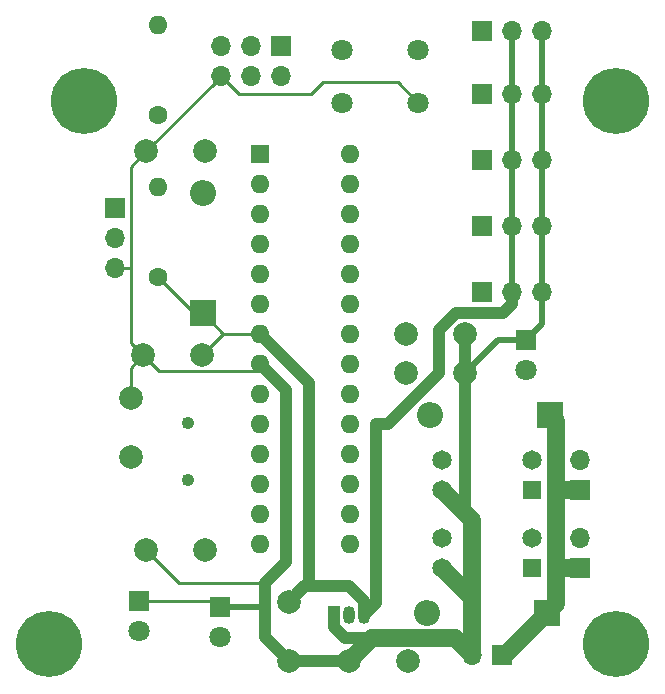
<source format=gbr>
%TF.GenerationSoftware,KiCad,Pcbnew,7.0.7*%
%TF.CreationDate,2023-09-24T14:06:49+13:00*%
%TF.ProjectId,MAIN BOARD,4d41494e-2042-44f4-9152-442e6b696361,rev?*%
%TF.SameCoordinates,Original*%
%TF.FileFunction,Copper,L2,Bot*%
%TF.FilePolarity,Positive*%
%FSLAX46Y46*%
G04 Gerber Fmt 4.6, Leading zero omitted, Abs format (unit mm)*
G04 Created by KiCad (PCBNEW 7.0.7) date 2023-09-24 14:06:49*
%MOMM*%
%LPD*%
G01*
G04 APERTURE LIST*
%TA.AperFunction,ComponentPad*%
%ADD10C,2.000000*%
%TD*%
%TA.AperFunction,ComponentPad*%
%ADD11R,1.700000X1.700000*%
%TD*%
%TA.AperFunction,ComponentPad*%
%ADD12O,1.700000X1.700000*%
%TD*%
%TA.AperFunction,ComponentPad*%
%ADD13R,1.800000X1.800000*%
%TD*%
%TA.AperFunction,ComponentPad*%
%ADD14C,1.800000*%
%TD*%
%TA.AperFunction,ComponentPad*%
%ADD15R,2.200000X2.200000*%
%TD*%
%TA.AperFunction,ComponentPad*%
%ADD16O,2.200000X2.200000*%
%TD*%
%TA.AperFunction,ComponentPad*%
%ADD17C,5.600000*%
%TD*%
%TA.AperFunction,ComponentPad*%
%ADD18R,1.600000X1.600000*%
%TD*%
%TA.AperFunction,ComponentPad*%
%ADD19O,1.600000X1.600000*%
%TD*%
%TA.AperFunction,ComponentPad*%
%ADD20R,1.650000X1.650000*%
%TD*%
%TA.AperFunction,ComponentPad*%
%ADD21C,1.650000*%
%TD*%
%TA.AperFunction,ComponentPad*%
%ADD22C,1.600000*%
%TD*%
%TA.AperFunction,ComponentPad*%
%ADD23C,1.080000*%
%TD*%
%TA.AperFunction,ComponentPad*%
%ADD24R,1.050000X1.500000*%
%TD*%
%TA.AperFunction,ComponentPad*%
%ADD25O,1.050000X1.500000*%
%TD*%
%TA.AperFunction,ViaPad*%
%ADD26C,1.000000*%
%TD*%
%TA.AperFunction,Conductor*%
%ADD27C,1.000000*%
%TD*%
%TA.AperFunction,Conductor*%
%ADD28C,0.500000*%
%TD*%
%TA.AperFunction,Conductor*%
%ADD29C,0.250000*%
%TD*%
%TA.AperFunction,Conductor*%
%ADD30C,1.500000*%
%TD*%
%TA.AperFunction,Conductor*%
%ADD31C,1.400000*%
%TD*%
G04 APERTURE END LIST*
D10*
%TO.P,C7,1*%
%TO.N,V+*%
X157440000Y-122428000D03*
%TO.P,C7,2*%
%TO.N,GND*%
X152440000Y-122428000D03*
%TD*%
D11*
%TO.P,J6,1,Pin_1*%
%TO.N,V+*%
X165359000Y-121920000D03*
D12*
%TO.P,J6,2,Pin_2*%
%TO.N,GND*%
X162819000Y-121920000D03*
%TD*%
D10*
%TO.P,C6,1*%
%TO.N,GND*%
X162266000Y-94742000D03*
%TO.P,C6,2*%
%TO.N,Net-(U1-AREF)*%
X157266000Y-94742000D03*
%TD*%
D13*
%TO.P,D3,1,K*%
%TO.N,GND*%
X134620000Y-117343000D03*
D14*
%TO.P,D3,2,A*%
%TO.N,Net-(D3-A)*%
X134620000Y-119883000D03*
%TD*%
D11*
%TO.P,J9,1,Pin_1*%
%TO.N,/RX*%
X132588000Y-84089000D03*
D12*
%TO.P,J9,2,Pin_2*%
%TO.N,/TX*%
X132588000Y-86629000D03*
%TO.P,J9,3,Pin_3*%
%TO.N,GND*%
X132588000Y-89169000D03*
%TD*%
D10*
%TO.P,C2,1*%
%TO.N,/X1*%
X133948000Y-105124000D03*
%TO.P,C2,2*%
%TO.N,GND*%
X133948000Y-100124000D03*
%TD*%
D11*
%TO.P,J8,1,Pin_1*%
%TO.N,V+*%
X171958000Y-114559000D03*
D12*
%TO.P,J8,2,Pin_2*%
%TO.N,Net-(D1-A)*%
X171958000Y-112019000D03*
%TD*%
D15*
%TO.P,D1,1,K*%
%TO.N,V+*%
X169164000Y-118364000D03*
D16*
%TO.P,D1,2,A*%
%TO.N,Net-(D1-A)*%
X159004000Y-118364000D03*
%TD*%
D17*
%TO.P,REF\u002A\u002A,1*%
%TO.N,N/C*%
X130000000Y-75000000D03*
%TD*%
%TO.P,REF\u002A\u002A,1*%
%TO.N,N/C*%
X127000000Y-121000000D03*
%TD*%
D11*
%TO.P,J1,1,Pin_1*%
%TO.N,/ADC1*%
X163666000Y-91194000D03*
D12*
%TO.P,J1,2,Pin_2*%
%TO.N,Vdd*%
X166206000Y-91194000D03*
%TO.P,J1,3,Pin_3*%
%TO.N,GND*%
X168746000Y-91194000D03*
%TD*%
D15*
%TO.P,D5,1,K*%
%TO.N,V+*%
X169418000Y-101600000D03*
D16*
%TO.P,D5,2,A*%
%TO.N,Net-(D5-A)*%
X159258000Y-101600000D03*
%TD*%
D13*
%TO.P,D6,1,K*%
%TO.N,GND*%
X167386000Y-95250000D03*
D14*
%TO.P,D6,2,A*%
%TO.N,Net-(D6-A)*%
X167386000Y-97790000D03*
%TD*%
D10*
%TO.P,C1,1*%
%TO.N,/AVCC*%
X157266000Y-98044000D03*
%TO.P,C1,2*%
%TO.N,GND*%
X162266000Y-98044000D03*
%TD*%
D17*
%TO.P,REF\u002A\u002A,1*%
%TO.N,N/C*%
X175000000Y-121000000D03*
%TD*%
D18*
%TO.P,U1,1,~{RESET}/PC6*%
%TO.N,/RESET*%
X144880000Y-79520000D03*
D19*
%TO.P,U1,2,PD0*%
%TO.N,/RX*%
X144880000Y-82060000D03*
%TO.P,U1,3,PD1*%
%TO.N,/TX*%
X144880000Y-84600000D03*
%TO.P,U1,4,PD2*%
%TO.N,unconnected-(U1-PD2-Pad4)*%
X144880000Y-87140000D03*
%TO.P,U1,5,PD3*%
%TO.N,/PWMR*%
X144880000Y-89680000D03*
%TO.P,U1,6,PD4*%
%TO.N,unconnected-(U1-PD4-Pad6)*%
X144880000Y-92220000D03*
%TO.P,U1,7,VCC*%
%TO.N,Vdd*%
X144880000Y-94760000D03*
%TO.P,U1,8,GND*%
%TO.N,GND*%
X144880000Y-97300000D03*
%TO.P,U1,9,XTAL1/PB6*%
%TO.N,/X1*%
X144880000Y-99840000D03*
%TO.P,U1,10,XTAL2/PB7*%
%TO.N,/X2*%
X144880000Y-102380000D03*
%TO.P,U1,11,PD5*%
%TO.N,unconnected-(U1-PD5-Pad11)*%
X144880000Y-104920000D03*
%TO.P,U1,12,PD6*%
%TO.N,/LEDG*%
X144880000Y-107460000D03*
%TO.P,U1,13,PD7*%
%TO.N,/LEDR*%
X144880000Y-110000000D03*
%TO.P,U1,14,PB0*%
%TO.N,unconnected-(U1-PB0-Pad14)*%
X144880000Y-112540000D03*
%TO.P,U1,15,PB1*%
%TO.N,/PWML*%
X152500000Y-112540000D03*
%TO.P,U1,16,PB2*%
%TO.N,unconnected-(U1-PB2-Pad16)*%
X152500000Y-110000000D03*
%TO.P,U1,17,PB3*%
%TO.N,/MOSI*%
X152500000Y-107460000D03*
%TO.P,U1,18,PB4*%
%TO.N,/MISO*%
X152500000Y-104920000D03*
%TO.P,U1,19,PB5*%
%TO.N,/SCK*%
X152500000Y-102380000D03*
%TO.P,U1,20,AVCC*%
%TO.N,/AVCC*%
X152500000Y-99840000D03*
%TO.P,U1,21,AREF*%
%TO.N,Net-(U1-AREF)*%
X152500000Y-97300000D03*
%TO.P,U1,22,GND*%
%TO.N,GND*%
X152500000Y-94760000D03*
%TO.P,U1,23,PC0*%
%TO.N,unconnected-(U1-PC0-Pad23)*%
X152500000Y-92220000D03*
%TO.P,U1,24,PC1*%
%TO.N,/ADC1*%
X152500000Y-89680000D03*
%TO.P,U1,25,PC2*%
%TO.N,/ADC2*%
X152500000Y-87140000D03*
%TO.P,U1,26,PC3*%
%TO.N,/ADC3*%
X152500000Y-84600000D03*
%TO.P,U1,27,PC4*%
%TO.N,/ADC4*%
X152500000Y-82060000D03*
%TO.P,U1,28,PC5*%
%TO.N,/ADC5*%
X152500000Y-79520000D03*
%TD*%
D10*
%TO.P,C3,1*%
%TO.N,/X2*%
X140258000Y-113038000D03*
%TO.P,C3,2*%
%TO.N,GND*%
X135258000Y-113038000D03*
%TD*%
D20*
%TO.P,Q3,1*%
%TO.N,unconnected-(Q3-Pad1)*%
X167894000Y-107950000D03*
D21*
%TO.P,Q3,2*%
%TO.N,Net-(D5-A)*%
X167894000Y-105410000D03*
%TO.P,Q3,3*%
%TO.N,Net-(Q3-Pad3)*%
X160274000Y-105410000D03*
%TO.P,Q3,4*%
%TO.N,GND*%
X160274000Y-107950000D03*
%TD*%
D11*
%TO.P,J5,1,Pin_1*%
%TO.N,/ADC5*%
X163666000Y-69096000D03*
D12*
%TO.P,J5,2,Pin_2*%
%TO.N,Vdd*%
X166206000Y-69096000D03*
%TO.P,J5,3,Pin_3*%
%TO.N,GND*%
X168746000Y-69096000D03*
%TD*%
D22*
%TO.P,R2,1*%
%TO.N,/RESET*%
X136234000Y-76208000D03*
D19*
%TO.P,R2,2*%
%TO.N,Net-(R2-Pad2)*%
X136234000Y-68588000D03*
%TD*%
D10*
%TO.P,C5,1*%
%TO.N,/RESET*%
X140258000Y-79256000D03*
%TO.P,C5,2*%
%TO.N,GND*%
X135258000Y-79256000D03*
%TD*%
%TO.P,C4,1*%
%TO.N,GND*%
X135004000Y-96528000D03*
%TO.P,C4,2*%
%TO.N,Vdd*%
X140004000Y-96528000D03*
%TD*%
D13*
%TO.P,D2,1,K*%
%TO.N,GND*%
X141478000Y-117851000D03*
D14*
%TO.P,D2,2,A*%
%TO.N,Net-(D2-A)*%
X141478000Y-120391000D03*
%TD*%
D22*
%TO.P,R1,1*%
%TO.N,Vdd*%
X136234000Y-89924000D03*
D19*
%TO.P,R1,2*%
%TO.N,/RESET*%
X136234000Y-82304000D03*
%TD*%
D23*
%TO.P,Y1,1*%
%TO.N,/X1*%
X138774000Y-102216000D03*
%TO.P,Y1,2*%
%TO.N,/X2*%
X138774000Y-107096000D03*
%TD*%
D11*
%TO.P,J3,1,Pin_1*%
%TO.N,/ADC3*%
X163666000Y-80018000D03*
D12*
%TO.P,J3,2,Pin_2*%
%TO.N,Vdd*%
X166206000Y-80018000D03*
%TO.P,J3,3,Pin_3*%
%TO.N,GND*%
X168746000Y-80018000D03*
%TD*%
D15*
%TO.P,D4,1,K*%
%TO.N,Vdd*%
X140044000Y-92972000D03*
D16*
%TO.P,D4,2,A*%
%TO.N,/RESET*%
X140044000Y-82812000D03*
%TD*%
D11*
%TO.P,J7,1,Pin_1*%
%TO.N,V+*%
X171958000Y-107955000D03*
D12*
%TO.P,J7,2,Pin_2*%
%TO.N,Net-(D5-A)*%
X171958000Y-105415000D03*
%TD*%
D24*
%TO.P,U2,1,GND*%
%TO.N,GND*%
X151130000Y-118470000D03*
D25*
%TO.P,U2,2,VI*%
%TO.N,V+*%
X152400000Y-118470000D03*
%TO.P,U2,3,VO*%
%TO.N,Vdd*%
X153670000Y-118470000D03*
%TD*%
D11*
%TO.P,J0,1,Pin_1*%
%TO.N,/MISO*%
X146648000Y-70366000D03*
D12*
%TO.P,J0,2,Pin_2*%
%TO.N,Vdd*%
X146648000Y-72906000D03*
%TO.P,J0,3,Pin_3*%
%TO.N,/SCK*%
X144108000Y-70366000D03*
%TO.P,J0,4,Pin_4*%
%TO.N,/MOSI*%
X144108000Y-72906000D03*
%TO.P,J0,5,Pin_5*%
%TO.N,/RESET*%
X141568000Y-70366000D03*
%TO.P,J0,6,Pin_6*%
%TO.N,GND*%
X141568000Y-72906000D03*
%TD*%
D10*
%TO.P,C8,1*%
%TO.N,Vdd*%
X147320000Y-117388000D03*
%TO.P,C8,2*%
%TO.N,GND*%
X147320000Y-122388000D03*
%TD*%
D17*
%TO.P,REF\u002A\u002A,1*%
%TO.N,N/C*%
X175000000Y-75000000D03*
%TD*%
D11*
%TO.P,J2,1,Pin_1*%
%TO.N,/ADC2*%
X163666000Y-85606000D03*
D12*
%TO.P,J2,2,Pin_2*%
%TO.N,Vdd*%
X166206000Y-85606000D03*
%TO.P,J2,3,Pin_3*%
%TO.N,GND*%
X168746000Y-85606000D03*
%TD*%
D14*
%TO.P,S2,1,1*%
%TO.N,Net-(R2-Pad2)*%
X151780000Y-70656000D03*
%TO.P,S2,2,2*%
%TO.N,unconnected-(S2-Pad2)*%
X151780000Y-75156000D03*
%TO.P,S2,3,3*%
%TO.N,unconnected-(S2-Pad3)*%
X158280000Y-70656000D03*
%TO.P,S2,4,4*%
%TO.N,GND*%
X158280000Y-75156000D03*
%TD*%
D20*
%TO.P,Q4,1*%
%TO.N,unconnected-(Q4-Pad1)*%
X167894000Y-114554000D03*
D21*
%TO.P,Q4,2*%
%TO.N,Net-(D1-A)*%
X167894000Y-112014000D03*
%TO.P,Q4,3*%
%TO.N,Net-(Q4-Pad3)*%
X160274000Y-112014000D03*
%TO.P,Q4,4*%
%TO.N,GND*%
X160274000Y-114554000D03*
%TD*%
D11*
%TO.P,J4,1,Pin_1*%
%TO.N,/ADC4*%
X163666000Y-74430000D03*
D12*
%TO.P,J4,2,Pin_2*%
%TO.N,Vdd*%
X166206000Y-74430000D03*
%TO.P,J4,3,Pin_3*%
%TO.N,GND*%
X168746000Y-74430000D03*
%TD*%
D26*
%TO.N,Vdd*%
X154686000Y-102362000D03*
%TD*%
D27*
%TO.N,Vdd*%
X149000000Y-115708000D02*
X149000000Y-98880000D01*
D28*
X166206000Y-74430000D02*
X166206000Y-80018000D01*
D27*
X153670000Y-117348000D02*
X153670000Y-118470000D01*
D29*
X140044000Y-92972000D02*
X141772000Y-94700000D01*
D27*
X154686000Y-117454000D02*
X154686000Y-107696000D01*
X153670000Y-118470000D02*
X154686000Y-117454000D01*
D28*
X166206000Y-69096000D02*
X166206000Y-74430000D01*
D27*
X160020000Y-94408918D02*
X161464918Y-92964000D01*
D29*
X140004000Y-96528000D02*
X141772000Y-94760000D01*
X141772000Y-94760000D02*
X144880000Y-94760000D01*
X141772000Y-94700000D02*
X141772000Y-94760000D01*
D27*
X161464918Y-92964000D02*
X165418000Y-92964000D01*
X148630000Y-116078000D02*
X152400000Y-116078000D01*
X154686000Y-102362000D02*
X155702000Y-102362000D01*
X165418000Y-92964000D02*
X166206000Y-92176000D01*
X160020000Y-98044000D02*
X160020000Y-94408918D01*
D28*
X166206000Y-80018000D02*
X166206000Y-85606000D01*
D29*
X139282000Y-92972000D02*
X140044000Y-92972000D01*
D28*
X166206000Y-85606000D02*
X166206000Y-91194000D01*
D27*
X152400000Y-116078000D02*
X153670000Y-117348000D01*
D29*
X136234000Y-89924000D02*
X139282000Y-92972000D01*
D27*
X166206000Y-92176000D02*
X166206000Y-91194000D01*
X147320000Y-117388000D02*
X149000000Y-115708000D01*
X155702000Y-102362000D02*
X160020000Y-98044000D01*
X147320000Y-117388000D02*
X148630000Y-116078000D01*
X149000000Y-98880000D02*
X144880000Y-94760000D01*
X154686000Y-107696000D02*
X154686000Y-102362000D01*
%TO.N,GND*%
X162266000Y-109942000D02*
X162819000Y-110495000D01*
D29*
X133948000Y-97584000D02*
X135004000Y-96528000D01*
D28*
X167386000Y-95250000D02*
X165060000Y-95250000D01*
D27*
X152400000Y-122388000D02*
X152440000Y-122428000D01*
D28*
X168746000Y-91194000D02*
X168746000Y-93890000D01*
X165060000Y-95250000D02*
X162266000Y-98044000D01*
D29*
X134620000Y-117343000D02*
X140970000Y-117343000D01*
X135258000Y-79256000D02*
X133948000Y-80566000D01*
X133948000Y-100124000D02*
X133948000Y-97584000D01*
D28*
X141478000Y-117851000D02*
X144267000Y-117851000D01*
D27*
X162266000Y-94742000D02*
X162266000Y-98044000D01*
D29*
X135258000Y-113038000D02*
X138044000Y-115824000D01*
X135258000Y-79256000D02*
X141568000Y-72946000D01*
D27*
X145288000Y-120356000D02*
X147320000Y-122388000D01*
D30*
X162819000Y-117099000D02*
X160274000Y-114554000D01*
D29*
X133933000Y-89169000D02*
X133948000Y-89154000D01*
X135004000Y-96528000D02*
X136329000Y-97853000D01*
X136329000Y-97853000D02*
X144327000Y-97853000D01*
X132588000Y-89169000D02*
X133933000Y-89169000D01*
X149188000Y-74430000D02*
X150204000Y-73414000D01*
D27*
X147066000Y-114046000D02*
X145288000Y-115824000D01*
X162266000Y-98044000D02*
X162266000Y-109942000D01*
D29*
X138044000Y-115824000D02*
X145288000Y-115824000D01*
X143092000Y-74430000D02*
X149188000Y-74430000D01*
X162774000Y-95250000D02*
X162266000Y-94742000D01*
D28*
X168746000Y-80018000D02*
X168746000Y-85606000D01*
D27*
X145288000Y-115824000D02*
X145288000Y-117856000D01*
D30*
X162819000Y-110495000D02*
X162819000Y-117099000D01*
D27*
X147320000Y-122388000D02*
X152400000Y-122388000D01*
D30*
X154390000Y-120478000D02*
X161377000Y-120478000D01*
D27*
X152085294Y-120478000D02*
X154390000Y-120478000D01*
D30*
X161377000Y-120478000D02*
X162819000Y-121920000D01*
X152440000Y-122428000D02*
X154390000Y-120478000D01*
D29*
X150204000Y-73414000D02*
X156538000Y-73414000D01*
D28*
X140970000Y-117343000D02*
X141478000Y-117851000D01*
D29*
X133948000Y-80566000D02*
X133948000Y-89154000D01*
D28*
X168746000Y-85606000D02*
X168746000Y-91194000D01*
D27*
X151130000Y-118470000D02*
X151130000Y-119522706D01*
D29*
X156538000Y-73414000D02*
X158280000Y-75156000D01*
X133948000Y-89154000D02*
X133948000Y-95472000D01*
D28*
X168746000Y-69096000D02*
X168746000Y-74430000D01*
D27*
X144880000Y-97300000D02*
X147066000Y-99486000D01*
D29*
X144327000Y-97853000D02*
X144880000Y-97300000D01*
D28*
X144272000Y-117856000D02*
X145288000Y-117856000D01*
D27*
X147066000Y-99486000D02*
X147066000Y-114046000D01*
X145288000Y-117856000D02*
X145288000Y-120356000D01*
D30*
X162819000Y-121920000D02*
X162819000Y-117099000D01*
D29*
X141568000Y-72906000D02*
X143092000Y-74430000D01*
D30*
X160274000Y-107950000D02*
X162819000Y-110495000D01*
D29*
X141568000Y-72946000D02*
X141568000Y-72906000D01*
X133948000Y-95472000D02*
X135004000Y-96528000D01*
D28*
X168746000Y-74430000D02*
X168746000Y-80018000D01*
D27*
X151130000Y-119522706D02*
X152085294Y-120478000D01*
D28*
X168746000Y-93890000D02*
X167386000Y-95250000D01*
X144267000Y-117851000D02*
X144272000Y-117856000D01*
D30*
%TO.N,V+*%
X169926000Y-102108000D02*
X169418000Y-101600000D01*
X165608000Y-121920000D02*
X169164000Y-118364000D01*
X169926000Y-107950000D02*
X169926000Y-102108000D01*
X171958000Y-107955000D02*
X169931000Y-107955000D01*
X169926000Y-117602000D02*
X169926000Y-114554000D01*
X171958000Y-114559000D02*
X169931000Y-114559000D01*
X169926000Y-114554000D02*
X169926000Y-107950000D01*
X169164000Y-118364000D02*
X169926000Y-117602000D01*
D31*
X165359000Y-121920000D02*
X165608000Y-121920000D01*
D30*
X169931000Y-114559000D02*
X169926000Y-114554000D01*
X169931000Y-107955000D02*
X169926000Y-107950000D01*
%TD*%
M02*

</source>
